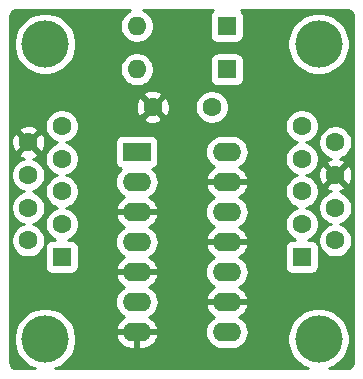
<source format=gbl>
G04 #@! TF.GenerationSoftware,KiCad,Pcbnew,(5.1.8)-1*
G04 #@! TF.CreationDate,2021-03-27T16:05:23+01:00*
G04 #@! TF.ProjectId,MSX Mega Adapter,4d535820-4d65-4676-9120-416461707465,rev?*
G04 #@! TF.SameCoordinates,Original*
G04 #@! TF.FileFunction,Copper,L2,Bot*
G04 #@! TF.FilePolarity,Positive*
%FSLAX46Y46*%
G04 Gerber Fmt 4.6, Leading zero omitted, Abs format (unit mm)*
G04 Created by KiCad (PCBNEW (5.1.8)-1) date 2021-03-27 16:05:23*
%MOMM*%
%LPD*%
G01*
G04 APERTURE LIST*
G04 #@! TA.AperFunction,ComponentPad*
%ADD10C,1.600000*%
G04 #@! TD*
G04 #@! TA.AperFunction,ComponentPad*
%ADD11O,2.400000X1.600000*%
G04 #@! TD*
G04 #@! TA.AperFunction,ComponentPad*
%ADD12R,2.400000X1.600000*%
G04 #@! TD*
G04 #@! TA.AperFunction,ComponentPad*
%ADD13R,1.600000X1.600000*%
G04 #@! TD*
G04 #@! TA.AperFunction,ComponentPad*
%ADD14C,4.000000*%
G04 #@! TD*
G04 #@! TA.AperFunction,ComponentPad*
%ADD15O,1.600000X1.600000*%
G04 #@! TD*
G04 #@! TA.AperFunction,Conductor*
%ADD16C,0.254000*%
G04 #@! TD*
G04 #@! TA.AperFunction,Conductor*
%ADD17C,0.100000*%
G04 #@! TD*
G04 APERTURE END LIST*
D10*
X128985000Y-67945000D03*
X133985000Y-67945000D03*
D11*
X135255000Y-71755000D03*
X127635000Y-86995000D03*
X135255000Y-74295000D03*
X127635000Y-84455000D03*
X135255000Y-76835000D03*
X127635000Y-81915000D03*
X135255000Y-79375000D03*
X127635000Y-79375000D03*
X135255000Y-81915000D03*
X127635000Y-76835000D03*
X135255000Y-84455000D03*
X127635000Y-74295000D03*
X135255000Y-86995000D03*
D12*
X127635000Y-71755000D03*
D13*
X121285000Y-80645000D03*
D10*
X121285000Y-77875000D03*
X121285000Y-75105000D03*
X121285000Y-72335000D03*
X121285000Y-69565000D03*
X118445000Y-79260000D03*
X118445000Y-76490000D03*
X118445000Y-73720000D03*
X118445000Y-70950000D03*
D14*
X119865000Y-62605000D03*
X119865000Y-87605000D03*
D13*
X141605000Y-80645000D03*
D10*
X141605000Y-77875000D03*
X141605000Y-75105000D03*
X141605000Y-72335000D03*
X141605000Y-69565000D03*
X144445000Y-79260000D03*
X144445000Y-76490000D03*
X144445000Y-73720000D03*
X144445000Y-70950000D03*
D14*
X143025000Y-87605000D03*
X143025000Y-62605000D03*
D13*
X135255000Y-64770000D03*
D15*
X127635000Y-64770000D03*
X127635000Y-61087000D03*
D13*
X135255000Y-61087000D03*
D16*
X126955273Y-59815320D02*
X126720241Y-59972363D01*
X126520363Y-60172241D01*
X126363320Y-60407273D01*
X126255147Y-60668426D01*
X126200000Y-60945665D01*
X126200000Y-61228335D01*
X126255147Y-61505574D01*
X126363320Y-61766727D01*
X126520363Y-62001759D01*
X126720241Y-62201637D01*
X126955273Y-62358680D01*
X127216426Y-62466853D01*
X127493665Y-62522000D01*
X127776335Y-62522000D01*
X128053574Y-62466853D01*
X128314727Y-62358680D01*
X128549759Y-62201637D01*
X128749637Y-62001759D01*
X128906680Y-61766727D01*
X129014853Y-61505574D01*
X129070000Y-61228335D01*
X129070000Y-60945665D01*
X129014853Y-60668426D01*
X128906680Y-60407273D01*
X128749637Y-60172241D01*
X128549759Y-59972363D01*
X128314727Y-59815320D01*
X128193244Y-59765000D01*
X134090104Y-59765000D01*
X134003815Y-59835815D01*
X133924463Y-59932506D01*
X133865498Y-60042820D01*
X133829188Y-60162518D01*
X133816928Y-60287000D01*
X133816928Y-61887000D01*
X133829188Y-62011482D01*
X133865498Y-62131180D01*
X133924463Y-62241494D01*
X134003815Y-62338185D01*
X134100506Y-62417537D01*
X134210820Y-62476502D01*
X134330518Y-62512812D01*
X134455000Y-62525072D01*
X136055000Y-62525072D01*
X136179482Y-62512812D01*
X136299180Y-62476502D01*
X136409494Y-62417537D01*
X136497302Y-62345475D01*
X140390000Y-62345475D01*
X140390000Y-62864525D01*
X140491261Y-63373601D01*
X140689893Y-63853141D01*
X140978262Y-64284715D01*
X141345285Y-64651738D01*
X141776859Y-64940107D01*
X142256399Y-65138739D01*
X142765475Y-65240000D01*
X143284525Y-65240000D01*
X143793601Y-65138739D01*
X144273141Y-64940107D01*
X144704715Y-64651738D01*
X145071738Y-64284715D01*
X145360107Y-63853141D01*
X145558739Y-63373601D01*
X145660000Y-62864525D01*
X145660000Y-62345475D01*
X145558739Y-61836399D01*
X145360107Y-61356859D01*
X145071738Y-60925285D01*
X144704715Y-60558262D01*
X144273141Y-60269893D01*
X143793601Y-60071261D01*
X143284525Y-59970000D01*
X142765475Y-59970000D01*
X142256399Y-60071261D01*
X141776859Y-60269893D01*
X141345285Y-60558262D01*
X140978262Y-60925285D01*
X140689893Y-61356859D01*
X140491261Y-61836399D01*
X140390000Y-62345475D01*
X136497302Y-62345475D01*
X136506185Y-62338185D01*
X136585537Y-62241494D01*
X136644502Y-62131180D01*
X136680812Y-62011482D01*
X136693072Y-61887000D01*
X136693072Y-60287000D01*
X136680812Y-60162518D01*
X136644502Y-60042820D01*
X136585537Y-59932506D01*
X136506185Y-59835815D01*
X136419896Y-59765000D01*
X145380280Y-59765000D01*
X145523109Y-59779005D01*
X145627101Y-59810402D01*
X145723014Y-59861399D01*
X145807194Y-59930055D01*
X145876440Y-60013758D01*
X145928105Y-60109311D01*
X145960227Y-60213078D01*
X145975000Y-60353641D01*
X145975001Y-89500270D01*
X145960995Y-89643109D01*
X145929599Y-89747099D01*
X145878601Y-89843013D01*
X145809941Y-89927199D01*
X145726243Y-89996439D01*
X145630689Y-90048105D01*
X145526922Y-90080227D01*
X145386359Y-90095000D01*
X143899196Y-90095000D01*
X144273141Y-89940107D01*
X144704715Y-89651738D01*
X145071738Y-89284715D01*
X145360107Y-88853141D01*
X145558739Y-88373601D01*
X145660000Y-87864525D01*
X145660000Y-87345475D01*
X145558739Y-86836399D01*
X145360107Y-86356859D01*
X145071738Y-85925285D01*
X144704715Y-85558262D01*
X144273141Y-85269893D01*
X143793601Y-85071261D01*
X143284525Y-84970000D01*
X142765475Y-84970000D01*
X142256399Y-85071261D01*
X141776859Y-85269893D01*
X141345285Y-85558262D01*
X140978262Y-85925285D01*
X140689893Y-86356859D01*
X140491261Y-86836399D01*
X140390000Y-87345475D01*
X140390000Y-87864525D01*
X140491261Y-88373601D01*
X140689893Y-88853141D01*
X140978262Y-89284715D01*
X141345285Y-89651738D01*
X141776859Y-89940107D01*
X142150804Y-90095000D01*
X120739196Y-90095000D01*
X121113141Y-89940107D01*
X121544715Y-89651738D01*
X121911738Y-89284715D01*
X122200107Y-88853141D01*
X122398739Y-88373601D01*
X122500000Y-87864525D01*
X122500000Y-87345475D01*
X122499715Y-87344039D01*
X125843096Y-87344039D01*
X125860633Y-87426818D01*
X125971285Y-87686646D01*
X126130500Y-87919895D01*
X126332161Y-88117601D01*
X126568517Y-88272166D01*
X126830486Y-88377650D01*
X127108000Y-88430000D01*
X127508000Y-88430000D01*
X127508000Y-87122000D01*
X127762000Y-87122000D01*
X127762000Y-88430000D01*
X128162000Y-88430000D01*
X128439514Y-88377650D01*
X128701483Y-88272166D01*
X128937839Y-88117601D01*
X129139500Y-87919895D01*
X129298715Y-87686646D01*
X129409367Y-87426818D01*
X129426904Y-87344039D01*
X129304915Y-87122000D01*
X127762000Y-87122000D01*
X127508000Y-87122000D01*
X125965085Y-87122000D01*
X125843096Y-87344039D01*
X122499715Y-87344039D01*
X122430287Y-86995000D01*
X133413057Y-86995000D01*
X133440764Y-87276309D01*
X133522818Y-87546808D01*
X133656068Y-87796101D01*
X133835392Y-88014608D01*
X134053899Y-88193932D01*
X134303192Y-88327182D01*
X134573691Y-88409236D01*
X134784508Y-88430000D01*
X135725492Y-88430000D01*
X135936309Y-88409236D01*
X136206808Y-88327182D01*
X136456101Y-88193932D01*
X136674608Y-88014608D01*
X136853932Y-87796101D01*
X136987182Y-87546808D01*
X137069236Y-87276309D01*
X137096943Y-86995000D01*
X137069236Y-86713691D01*
X136987182Y-86443192D01*
X136853932Y-86193899D01*
X136674608Y-85975392D01*
X136456101Y-85796068D01*
X136328259Y-85727735D01*
X136557839Y-85577601D01*
X136759500Y-85379895D01*
X136918715Y-85146646D01*
X137029367Y-84886818D01*
X137046904Y-84804039D01*
X136924915Y-84582000D01*
X135382000Y-84582000D01*
X135382000Y-84602000D01*
X135128000Y-84602000D01*
X135128000Y-84582000D01*
X133585085Y-84582000D01*
X133463096Y-84804039D01*
X133480633Y-84886818D01*
X133591285Y-85146646D01*
X133750500Y-85379895D01*
X133952161Y-85577601D01*
X134181741Y-85727735D01*
X134053899Y-85796068D01*
X133835392Y-85975392D01*
X133656068Y-86193899D01*
X133522818Y-86443192D01*
X133440764Y-86713691D01*
X133413057Y-86995000D01*
X122430287Y-86995000D01*
X122398739Y-86836399D01*
X122200107Y-86356859D01*
X121911738Y-85925285D01*
X121544715Y-85558262D01*
X121113141Y-85269893D01*
X120633601Y-85071261D01*
X120124525Y-84970000D01*
X119605475Y-84970000D01*
X119096399Y-85071261D01*
X118616859Y-85269893D01*
X118185285Y-85558262D01*
X117818262Y-85925285D01*
X117529893Y-86356859D01*
X117331261Y-86836399D01*
X117230000Y-87345475D01*
X117230000Y-87864525D01*
X117331261Y-88373601D01*
X117529893Y-88853141D01*
X117818262Y-89284715D01*
X118185285Y-89651738D01*
X118616859Y-89940107D01*
X118990804Y-90095000D01*
X117509720Y-90095000D01*
X117366891Y-90080995D01*
X117262901Y-90049599D01*
X117166987Y-89998601D01*
X117082801Y-89929941D01*
X117013561Y-89846243D01*
X116961895Y-89750689D01*
X116929773Y-89646922D01*
X116915000Y-89506359D01*
X116915000Y-84455000D01*
X125793057Y-84455000D01*
X125820764Y-84736309D01*
X125902818Y-85006808D01*
X126036068Y-85256101D01*
X126215392Y-85474608D01*
X126433899Y-85653932D01*
X126561741Y-85722265D01*
X126332161Y-85872399D01*
X126130500Y-86070105D01*
X125971285Y-86303354D01*
X125860633Y-86563182D01*
X125843096Y-86645961D01*
X125965085Y-86868000D01*
X127508000Y-86868000D01*
X127508000Y-86848000D01*
X127762000Y-86848000D01*
X127762000Y-86868000D01*
X129304915Y-86868000D01*
X129426904Y-86645961D01*
X129409367Y-86563182D01*
X129298715Y-86303354D01*
X129139500Y-86070105D01*
X128937839Y-85872399D01*
X128708259Y-85722265D01*
X128836101Y-85653932D01*
X129054608Y-85474608D01*
X129233932Y-85256101D01*
X129367182Y-85006808D01*
X129449236Y-84736309D01*
X129476943Y-84455000D01*
X129449236Y-84173691D01*
X129367182Y-83903192D01*
X129233932Y-83653899D01*
X129054608Y-83435392D01*
X128836101Y-83256068D01*
X128708259Y-83187735D01*
X128937839Y-83037601D01*
X129139500Y-82839895D01*
X129298715Y-82606646D01*
X129409367Y-82346818D01*
X129426904Y-82264039D01*
X129304915Y-82042000D01*
X127762000Y-82042000D01*
X127762000Y-82062000D01*
X127508000Y-82062000D01*
X127508000Y-82042000D01*
X125965085Y-82042000D01*
X125843096Y-82264039D01*
X125860633Y-82346818D01*
X125971285Y-82606646D01*
X126130500Y-82839895D01*
X126332161Y-83037601D01*
X126561741Y-83187735D01*
X126433899Y-83256068D01*
X126215392Y-83435392D01*
X126036068Y-83653899D01*
X125902818Y-83903192D01*
X125820764Y-84173691D01*
X125793057Y-84455000D01*
X116915000Y-84455000D01*
X116915000Y-73578665D01*
X117010000Y-73578665D01*
X117010000Y-73861335D01*
X117065147Y-74138574D01*
X117173320Y-74399727D01*
X117330363Y-74634759D01*
X117530241Y-74834637D01*
X117765273Y-74991680D01*
X118026426Y-75099853D01*
X118052301Y-75105000D01*
X118026426Y-75110147D01*
X117765273Y-75218320D01*
X117530241Y-75375363D01*
X117330363Y-75575241D01*
X117173320Y-75810273D01*
X117065147Y-76071426D01*
X117010000Y-76348665D01*
X117010000Y-76631335D01*
X117065147Y-76908574D01*
X117173320Y-77169727D01*
X117330363Y-77404759D01*
X117530241Y-77604637D01*
X117765273Y-77761680D01*
X118026426Y-77869853D01*
X118052301Y-77875000D01*
X118026426Y-77880147D01*
X117765273Y-77988320D01*
X117530241Y-78145363D01*
X117330363Y-78345241D01*
X117173320Y-78580273D01*
X117065147Y-78841426D01*
X117010000Y-79118665D01*
X117010000Y-79401335D01*
X117065147Y-79678574D01*
X117173320Y-79939727D01*
X117330363Y-80174759D01*
X117530241Y-80374637D01*
X117765273Y-80531680D01*
X118026426Y-80639853D01*
X118303665Y-80695000D01*
X118586335Y-80695000D01*
X118863574Y-80639853D01*
X119124727Y-80531680D01*
X119359759Y-80374637D01*
X119559637Y-80174759D01*
X119716680Y-79939727D01*
X119755917Y-79845000D01*
X119846928Y-79845000D01*
X119846928Y-81445000D01*
X119859188Y-81569482D01*
X119895498Y-81689180D01*
X119954463Y-81799494D01*
X120033815Y-81896185D01*
X120130506Y-81975537D01*
X120240820Y-82034502D01*
X120360518Y-82070812D01*
X120485000Y-82083072D01*
X122085000Y-82083072D01*
X122209482Y-82070812D01*
X122329180Y-82034502D01*
X122439494Y-81975537D01*
X122513258Y-81915000D01*
X133413057Y-81915000D01*
X133440764Y-82196309D01*
X133522818Y-82466808D01*
X133656068Y-82716101D01*
X133835392Y-82934608D01*
X134053899Y-83113932D01*
X134181741Y-83182265D01*
X133952161Y-83332399D01*
X133750500Y-83530105D01*
X133591285Y-83763354D01*
X133480633Y-84023182D01*
X133463096Y-84105961D01*
X133585085Y-84328000D01*
X135128000Y-84328000D01*
X135128000Y-84308000D01*
X135382000Y-84308000D01*
X135382000Y-84328000D01*
X136924915Y-84328000D01*
X137046904Y-84105961D01*
X137029367Y-84023182D01*
X136918715Y-83763354D01*
X136759500Y-83530105D01*
X136557839Y-83332399D01*
X136328259Y-83182265D01*
X136456101Y-83113932D01*
X136674608Y-82934608D01*
X136853932Y-82716101D01*
X136987182Y-82466808D01*
X137069236Y-82196309D01*
X137096943Y-81915000D01*
X137069236Y-81633691D01*
X136987182Y-81363192D01*
X136853932Y-81113899D01*
X136674608Y-80895392D01*
X136456101Y-80716068D01*
X136328259Y-80647735D01*
X136557839Y-80497601D01*
X136759500Y-80299895D01*
X136918715Y-80066646D01*
X137013106Y-79845000D01*
X140166928Y-79845000D01*
X140166928Y-81445000D01*
X140179188Y-81569482D01*
X140215498Y-81689180D01*
X140274463Y-81799494D01*
X140353815Y-81896185D01*
X140450506Y-81975537D01*
X140560820Y-82034502D01*
X140680518Y-82070812D01*
X140805000Y-82083072D01*
X142405000Y-82083072D01*
X142529482Y-82070812D01*
X142649180Y-82034502D01*
X142759494Y-81975537D01*
X142856185Y-81896185D01*
X142935537Y-81799494D01*
X142994502Y-81689180D01*
X143030812Y-81569482D01*
X143043072Y-81445000D01*
X143043072Y-79845000D01*
X143030812Y-79720518D01*
X142994502Y-79600820D01*
X142935537Y-79490506D01*
X142856185Y-79393815D01*
X142759494Y-79314463D01*
X142649180Y-79255498D01*
X142529482Y-79219188D01*
X142405000Y-79206928D01*
X142139275Y-79206928D01*
X142284727Y-79146680D01*
X142519759Y-78989637D01*
X142719637Y-78789759D01*
X142876680Y-78554727D01*
X142984853Y-78293574D01*
X143040000Y-78016335D01*
X143040000Y-77733665D01*
X142984853Y-77456426D01*
X142876680Y-77195273D01*
X142719637Y-76960241D01*
X142519759Y-76760363D01*
X142284727Y-76603320D01*
X142023574Y-76495147D01*
X141997699Y-76490000D01*
X142023574Y-76484853D01*
X142284727Y-76376680D01*
X142326654Y-76348665D01*
X143010000Y-76348665D01*
X143010000Y-76631335D01*
X143065147Y-76908574D01*
X143173320Y-77169727D01*
X143330363Y-77404759D01*
X143530241Y-77604637D01*
X143765273Y-77761680D01*
X144026426Y-77869853D01*
X144052301Y-77875000D01*
X144026426Y-77880147D01*
X143765273Y-77988320D01*
X143530241Y-78145363D01*
X143330363Y-78345241D01*
X143173320Y-78580273D01*
X143065147Y-78841426D01*
X143010000Y-79118665D01*
X143010000Y-79401335D01*
X143065147Y-79678574D01*
X143173320Y-79939727D01*
X143330363Y-80174759D01*
X143530241Y-80374637D01*
X143765273Y-80531680D01*
X144026426Y-80639853D01*
X144303665Y-80695000D01*
X144586335Y-80695000D01*
X144863574Y-80639853D01*
X145124727Y-80531680D01*
X145359759Y-80374637D01*
X145559637Y-80174759D01*
X145716680Y-79939727D01*
X145824853Y-79678574D01*
X145880000Y-79401335D01*
X145880000Y-79118665D01*
X145824853Y-78841426D01*
X145716680Y-78580273D01*
X145559637Y-78345241D01*
X145359759Y-78145363D01*
X145124727Y-77988320D01*
X144863574Y-77880147D01*
X144837699Y-77875000D01*
X144863574Y-77869853D01*
X145124727Y-77761680D01*
X145359759Y-77604637D01*
X145559637Y-77404759D01*
X145716680Y-77169727D01*
X145824853Y-76908574D01*
X145880000Y-76631335D01*
X145880000Y-76348665D01*
X145824853Y-76071426D01*
X145716680Y-75810273D01*
X145559637Y-75575241D01*
X145359759Y-75375363D01*
X145124727Y-75218320D01*
X144863574Y-75110147D01*
X144835118Y-75104487D01*
X145061292Y-75023603D01*
X145186514Y-74956671D01*
X145258097Y-74712702D01*
X144445000Y-73899605D01*
X143631903Y-74712702D01*
X143703486Y-74956671D01*
X143958996Y-75077571D01*
X144061289Y-75103212D01*
X144026426Y-75110147D01*
X143765273Y-75218320D01*
X143530241Y-75375363D01*
X143330363Y-75575241D01*
X143173320Y-75810273D01*
X143065147Y-76071426D01*
X143010000Y-76348665D01*
X142326654Y-76348665D01*
X142519759Y-76219637D01*
X142719637Y-76019759D01*
X142876680Y-75784727D01*
X142984853Y-75523574D01*
X143040000Y-75246335D01*
X143040000Y-74963665D01*
X142984853Y-74686426D01*
X142876680Y-74425273D01*
X142719637Y-74190241D01*
X142519759Y-73990363D01*
X142284727Y-73833320D01*
X142181380Y-73790512D01*
X143004783Y-73790512D01*
X143046213Y-74070130D01*
X143141397Y-74336292D01*
X143208329Y-74461514D01*
X143452298Y-74533097D01*
X144265395Y-73720000D01*
X144624605Y-73720000D01*
X145437702Y-74533097D01*
X145681671Y-74461514D01*
X145802571Y-74206004D01*
X145871300Y-73931816D01*
X145885217Y-73649488D01*
X145843787Y-73369870D01*
X145748603Y-73103708D01*
X145681671Y-72978486D01*
X145437702Y-72906903D01*
X144624605Y-73720000D01*
X144265395Y-73720000D01*
X143452298Y-72906903D01*
X143208329Y-72978486D01*
X143087429Y-73233996D01*
X143018700Y-73508184D01*
X143004783Y-73790512D01*
X142181380Y-73790512D01*
X142023574Y-73725147D01*
X141997699Y-73720000D01*
X142023574Y-73714853D01*
X142284727Y-73606680D01*
X142519759Y-73449637D01*
X142719637Y-73249759D01*
X142876680Y-73014727D01*
X142984853Y-72753574D01*
X143040000Y-72476335D01*
X143040000Y-72193665D01*
X142984853Y-71916426D01*
X142876680Y-71655273D01*
X142719637Y-71420241D01*
X142519759Y-71220363D01*
X142284727Y-71063320D01*
X142023574Y-70955147D01*
X141997699Y-70950000D01*
X142023574Y-70944853D01*
X142284727Y-70836680D01*
X142326654Y-70808665D01*
X143010000Y-70808665D01*
X143010000Y-71091335D01*
X143065147Y-71368574D01*
X143173320Y-71629727D01*
X143330363Y-71864759D01*
X143530241Y-72064637D01*
X143765273Y-72221680D01*
X144026426Y-72329853D01*
X144054882Y-72335513D01*
X143828708Y-72416397D01*
X143703486Y-72483329D01*
X143631903Y-72727298D01*
X144445000Y-73540395D01*
X145258097Y-72727298D01*
X145186514Y-72483329D01*
X144931004Y-72362429D01*
X144828711Y-72336788D01*
X144863574Y-72329853D01*
X145124727Y-72221680D01*
X145359759Y-72064637D01*
X145559637Y-71864759D01*
X145716680Y-71629727D01*
X145824853Y-71368574D01*
X145880000Y-71091335D01*
X145880000Y-70808665D01*
X145824853Y-70531426D01*
X145716680Y-70270273D01*
X145559637Y-70035241D01*
X145359759Y-69835363D01*
X145124727Y-69678320D01*
X144863574Y-69570147D01*
X144586335Y-69515000D01*
X144303665Y-69515000D01*
X144026426Y-69570147D01*
X143765273Y-69678320D01*
X143530241Y-69835363D01*
X143330363Y-70035241D01*
X143173320Y-70270273D01*
X143065147Y-70531426D01*
X143010000Y-70808665D01*
X142326654Y-70808665D01*
X142519759Y-70679637D01*
X142719637Y-70479759D01*
X142876680Y-70244727D01*
X142984853Y-69983574D01*
X143040000Y-69706335D01*
X143040000Y-69423665D01*
X142984853Y-69146426D01*
X142876680Y-68885273D01*
X142719637Y-68650241D01*
X142519759Y-68450363D01*
X142284727Y-68293320D01*
X142023574Y-68185147D01*
X141746335Y-68130000D01*
X141463665Y-68130000D01*
X141186426Y-68185147D01*
X140925273Y-68293320D01*
X140690241Y-68450363D01*
X140490363Y-68650241D01*
X140333320Y-68885273D01*
X140225147Y-69146426D01*
X140170000Y-69423665D01*
X140170000Y-69706335D01*
X140225147Y-69983574D01*
X140333320Y-70244727D01*
X140490363Y-70479759D01*
X140690241Y-70679637D01*
X140925273Y-70836680D01*
X141186426Y-70944853D01*
X141212301Y-70950000D01*
X141186426Y-70955147D01*
X140925273Y-71063320D01*
X140690241Y-71220363D01*
X140490363Y-71420241D01*
X140333320Y-71655273D01*
X140225147Y-71916426D01*
X140170000Y-72193665D01*
X140170000Y-72476335D01*
X140225147Y-72753574D01*
X140333320Y-73014727D01*
X140490363Y-73249759D01*
X140690241Y-73449637D01*
X140925273Y-73606680D01*
X141186426Y-73714853D01*
X141212301Y-73720000D01*
X141186426Y-73725147D01*
X140925273Y-73833320D01*
X140690241Y-73990363D01*
X140490363Y-74190241D01*
X140333320Y-74425273D01*
X140225147Y-74686426D01*
X140170000Y-74963665D01*
X140170000Y-75246335D01*
X140225147Y-75523574D01*
X140333320Y-75784727D01*
X140490363Y-76019759D01*
X140690241Y-76219637D01*
X140925273Y-76376680D01*
X141186426Y-76484853D01*
X141212301Y-76490000D01*
X141186426Y-76495147D01*
X140925273Y-76603320D01*
X140690241Y-76760363D01*
X140490363Y-76960241D01*
X140333320Y-77195273D01*
X140225147Y-77456426D01*
X140170000Y-77733665D01*
X140170000Y-78016335D01*
X140225147Y-78293574D01*
X140333320Y-78554727D01*
X140490363Y-78789759D01*
X140690241Y-78989637D01*
X140925273Y-79146680D01*
X141070725Y-79206928D01*
X140805000Y-79206928D01*
X140680518Y-79219188D01*
X140560820Y-79255498D01*
X140450506Y-79314463D01*
X140353815Y-79393815D01*
X140274463Y-79490506D01*
X140215498Y-79600820D01*
X140179188Y-79720518D01*
X140166928Y-79845000D01*
X137013106Y-79845000D01*
X137029367Y-79806818D01*
X137046904Y-79724039D01*
X136924915Y-79502000D01*
X135382000Y-79502000D01*
X135382000Y-79522000D01*
X135128000Y-79522000D01*
X135128000Y-79502000D01*
X133585085Y-79502000D01*
X133463096Y-79724039D01*
X133480633Y-79806818D01*
X133591285Y-80066646D01*
X133750500Y-80299895D01*
X133952161Y-80497601D01*
X134181741Y-80647735D01*
X134053899Y-80716068D01*
X133835392Y-80895392D01*
X133656068Y-81113899D01*
X133522818Y-81363192D01*
X133440764Y-81633691D01*
X133413057Y-81915000D01*
X122513258Y-81915000D01*
X122536185Y-81896185D01*
X122615537Y-81799494D01*
X122674502Y-81689180D01*
X122710812Y-81569482D01*
X122723072Y-81445000D01*
X122723072Y-79845000D01*
X122710812Y-79720518D01*
X122674502Y-79600820D01*
X122615537Y-79490506D01*
X122536185Y-79393815D01*
X122513259Y-79375000D01*
X125793057Y-79375000D01*
X125820764Y-79656309D01*
X125902818Y-79926808D01*
X126036068Y-80176101D01*
X126215392Y-80394608D01*
X126433899Y-80573932D01*
X126561741Y-80642265D01*
X126332161Y-80792399D01*
X126130500Y-80990105D01*
X125971285Y-81223354D01*
X125860633Y-81483182D01*
X125843096Y-81565961D01*
X125965085Y-81788000D01*
X127508000Y-81788000D01*
X127508000Y-81768000D01*
X127762000Y-81768000D01*
X127762000Y-81788000D01*
X129304915Y-81788000D01*
X129426904Y-81565961D01*
X129409367Y-81483182D01*
X129298715Y-81223354D01*
X129139500Y-80990105D01*
X128937839Y-80792399D01*
X128708259Y-80642265D01*
X128836101Y-80573932D01*
X129054608Y-80394608D01*
X129233932Y-80176101D01*
X129367182Y-79926808D01*
X129449236Y-79656309D01*
X129476943Y-79375000D01*
X129449236Y-79093691D01*
X129367182Y-78823192D01*
X129233932Y-78573899D01*
X129054608Y-78355392D01*
X128836101Y-78176068D01*
X128708259Y-78107735D01*
X128937839Y-77957601D01*
X129139500Y-77759895D01*
X129298715Y-77526646D01*
X129409367Y-77266818D01*
X129426904Y-77184039D01*
X129304915Y-76962000D01*
X127762000Y-76962000D01*
X127762000Y-76982000D01*
X127508000Y-76982000D01*
X127508000Y-76962000D01*
X125965085Y-76962000D01*
X125843096Y-77184039D01*
X125860633Y-77266818D01*
X125971285Y-77526646D01*
X126130500Y-77759895D01*
X126332161Y-77957601D01*
X126561741Y-78107735D01*
X126433899Y-78176068D01*
X126215392Y-78355392D01*
X126036068Y-78573899D01*
X125902818Y-78823192D01*
X125820764Y-79093691D01*
X125793057Y-79375000D01*
X122513259Y-79375000D01*
X122439494Y-79314463D01*
X122329180Y-79255498D01*
X122209482Y-79219188D01*
X122085000Y-79206928D01*
X121819275Y-79206928D01*
X121964727Y-79146680D01*
X122199759Y-78989637D01*
X122399637Y-78789759D01*
X122556680Y-78554727D01*
X122664853Y-78293574D01*
X122720000Y-78016335D01*
X122720000Y-77733665D01*
X122664853Y-77456426D01*
X122556680Y-77195273D01*
X122399637Y-76960241D01*
X122274396Y-76835000D01*
X133413057Y-76835000D01*
X133440764Y-77116309D01*
X133522818Y-77386808D01*
X133656068Y-77636101D01*
X133835392Y-77854608D01*
X134053899Y-78033932D01*
X134181741Y-78102265D01*
X133952161Y-78252399D01*
X133750500Y-78450105D01*
X133591285Y-78683354D01*
X133480633Y-78943182D01*
X133463096Y-79025961D01*
X133585085Y-79248000D01*
X135128000Y-79248000D01*
X135128000Y-79228000D01*
X135382000Y-79228000D01*
X135382000Y-79248000D01*
X136924915Y-79248000D01*
X137046904Y-79025961D01*
X137029367Y-78943182D01*
X136918715Y-78683354D01*
X136759500Y-78450105D01*
X136557839Y-78252399D01*
X136328259Y-78102265D01*
X136456101Y-78033932D01*
X136674608Y-77854608D01*
X136853932Y-77636101D01*
X136987182Y-77386808D01*
X137069236Y-77116309D01*
X137096943Y-76835000D01*
X137069236Y-76553691D01*
X136987182Y-76283192D01*
X136853932Y-76033899D01*
X136674608Y-75815392D01*
X136456101Y-75636068D01*
X136328259Y-75567735D01*
X136557839Y-75417601D01*
X136759500Y-75219895D01*
X136918715Y-74986646D01*
X137029367Y-74726818D01*
X137046904Y-74644039D01*
X136924915Y-74422000D01*
X135382000Y-74422000D01*
X135382000Y-74442000D01*
X135128000Y-74442000D01*
X135128000Y-74422000D01*
X133585085Y-74422000D01*
X133463096Y-74644039D01*
X133480633Y-74726818D01*
X133591285Y-74986646D01*
X133750500Y-75219895D01*
X133952161Y-75417601D01*
X134181741Y-75567735D01*
X134053899Y-75636068D01*
X133835392Y-75815392D01*
X133656068Y-76033899D01*
X133522818Y-76283192D01*
X133440764Y-76553691D01*
X133413057Y-76835000D01*
X122274396Y-76835000D01*
X122199759Y-76760363D01*
X121964727Y-76603320D01*
X121703574Y-76495147D01*
X121677699Y-76490000D01*
X121703574Y-76484853D01*
X121964727Y-76376680D01*
X122199759Y-76219637D01*
X122399637Y-76019759D01*
X122556680Y-75784727D01*
X122664853Y-75523574D01*
X122720000Y-75246335D01*
X122720000Y-74963665D01*
X122664853Y-74686426D01*
X122556680Y-74425273D01*
X122469635Y-74295000D01*
X125793057Y-74295000D01*
X125820764Y-74576309D01*
X125902818Y-74846808D01*
X126036068Y-75096101D01*
X126215392Y-75314608D01*
X126433899Y-75493932D01*
X126561741Y-75562265D01*
X126332161Y-75712399D01*
X126130500Y-75910105D01*
X125971285Y-76143354D01*
X125860633Y-76403182D01*
X125843096Y-76485961D01*
X125965085Y-76708000D01*
X127508000Y-76708000D01*
X127508000Y-76688000D01*
X127762000Y-76688000D01*
X127762000Y-76708000D01*
X129304915Y-76708000D01*
X129426904Y-76485961D01*
X129409367Y-76403182D01*
X129298715Y-76143354D01*
X129139500Y-75910105D01*
X128937839Y-75712399D01*
X128708259Y-75562265D01*
X128836101Y-75493932D01*
X129054608Y-75314608D01*
X129233932Y-75096101D01*
X129367182Y-74846808D01*
X129449236Y-74576309D01*
X129476943Y-74295000D01*
X129449236Y-74013691D01*
X129367182Y-73743192D01*
X129233932Y-73493899D01*
X129054608Y-73275392D01*
X128941518Y-73182581D01*
X128959482Y-73180812D01*
X129079180Y-73144502D01*
X129189494Y-73085537D01*
X129286185Y-73006185D01*
X129365537Y-72909494D01*
X129424502Y-72799180D01*
X129460812Y-72679482D01*
X129473072Y-72555000D01*
X129473072Y-71755000D01*
X133413057Y-71755000D01*
X133440764Y-72036309D01*
X133522818Y-72306808D01*
X133656068Y-72556101D01*
X133835392Y-72774608D01*
X134053899Y-72953932D01*
X134181741Y-73022265D01*
X133952161Y-73172399D01*
X133750500Y-73370105D01*
X133591285Y-73603354D01*
X133480633Y-73863182D01*
X133463096Y-73945961D01*
X133585085Y-74168000D01*
X135128000Y-74168000D01*
X135128000Y-74148000D01*
X135382000Y-74148000D01*
X135382000Y-74168000D01*
X136924915Y-74168000D01*
X137046904Y-73945961D01*
X137029367Y-73863182D01*
X136918715Y-73603354D01*
X136759500Y-73370105D01*
X136557839Y-73172399D01*
X136328259Y-73022265D01*
X136456101Y-72953932D01*
X136674608Y-72774608D01*
X136853932Y-72556101D01*
X136987182Y-72306808D01*
X137069236Y-72036309D01*
X137096943Y-71755000D01*
X137069236Y-71473691D01*
X136987182Y-71203192D01*
X136853932Y-70953899D01*
X136674608Y-70735392D01*
X136456101Y-70556068D01*
X136206808Y-70422818D01*
X135936309Y-70340764D01*
X135725492Y-70320000D01*
X134784508Y-70320000D01*
X134573691Y-70340764D01*
X134303192Y-70422818D01*
X134053899Y-70556068D01*
X133835392Y-70735392D01*
X133656068Y-70953899D01*
X133522818Y-71203192D01*
X133440764Y-71473691D01*
X133413057Y-71755000D01*
X129473072Y-71755000D01*
X129473072Y-70955000D01*
X129460812Y-70830518D01*
X129424502Y-70710820D01*
X129365537Y-70600506D01*
X129286185Y-70503815D01*
X129189494Y-70424463D01*
X129079180Y-70365498D01*
X128959482Y-70329188D01*
X128835000Y-70316928D01*
X126435000Y-70316928D01*
X126310518Y-70329188D01*
X126190820Y-70365498D01*
X126080506Y-70424463D01*
X125983815Y-70503815D01*
X125904463Y-70600506D01*
X125845498Y-70710820D01*
X125809188Y-70830518D01*
X125796928Y-70955000D01*
X125796928Y-72555000D01*
X125809188Y-72679482D01*
X125845498Y-72799180D01*
X125904463Y-72909494D01*
X125983815Y-73006185D01*
X126080506Y-73085537D01*
X126190820Y-73144502D01*
X126310518Y-73180812D01*
X126328482Y-73182581D01*
X126215392Y-73275392D01*
X126036068Y-73493899D01*
X125902818Y-73743192D01*
X125820764Y-74013691D01*
X125793057Y-74295000D01*
X122469635Y-74295000D01*
X122399637Y-74190241D01*
X122199759Y-73990363D01*
X121964727Y-73833320D01*
X121703574Y-73725147D01*
X121677699Y-73720000D01*
X121703574Y-73714853D01*
X121964727Y-73606680D01*
X122199759Y-73449637D01*
X122399637Y-73249759D01*
X122556680Y-73014727D01*
X122664853Y-72753574D01*
X122720000Y-72476335D01*
X122720000Y-72193665D01*
X122664853Y-71916426D01*
X122556680Y-71655273D01*
X122399637Y-71420241D01*
X122199759Y-71220363D01*
X121964727Y-71063320D01*
X121703574Y-70955147D01*
X121677699Y-70950000D01*
X121703574Y-70944853D01*
X121964727Y-70836680D01*
X122199759Y-70679637D01*
X122399637Y-70479759D01*
X122556680Y-70244727D01*
X122664853Y-69983574D01*
X122720000Y-69706335D01*
X122720000Y-69423665D01*
X122664853Y-69146426D01*
X122578397Y-68937702D01*
X128171903Y-68937702D01*
X128243486Y-69181671D01*
X128498996Y-69302571D01*
X128773184Y-69371300D01*
X129055512Y-69385217D01*
X129335130Y-69343787D01*
X129601292Y-69248603D01*
X129726514Y-69181671D01*
X129798097Y-68937702D01*
X128985000Y-68124605D01*
X128171903Y-68937702D01*
X122578397Y-68937702D01*
X122556680Y-68885273D01*
X122399637Y-68650241D01*
X122199759Y-68450363D01*
X121964727Y-68293320D01*
X121703574Y-68185147D01*
X121426335Y-68130000D01*
X121143665Y-68130000D01*
X120866426Y-68185147D01*
X120605273Y-68293320D01*
X120370241Y-68450363D01*
X120170363Y-68650241D01*
X120013320Y-68885273D01*
X119905147Y-69146426D01*
X119850000Y-69423665D01*
X119850000Y-69706335D01*
X119905147Y-69983574D01*
X120013320Y-70244727D01*
X120170363Y-70479759D01*
X120370241Y-70679637D01*
X120605273Y-70836680D01*
X120866426Y-70944853D01*
X120892301Y-70950000D01*
X120866426Y-70955147D01*
X120605273Y-71063320D01*
X120370241Y-71220363D01*
X120170363Y-71420241D01*
X120013320Y-71655273D01*
X119905147Y-71916426D01*
X119850000Y-72193665D01*
X119850000Y-72476335D01*
X119905147Y-72753574D01*
X120013320Y-73014727D01*
X120170363Y-73249759D01*
X120370241Y-73449637D01*
X120605273Y-73606680D01*
X120866426Y-73714853D01*
X120892301Y-73720000D01*
X120866426Y-73725147D01*
X120605273Y-73833320D01*
X120370241Y-73990363D01*
X120170363Y-74190241D01*
X120013320Y-74425273D01*
X119905147Y-74686426D01*
X119850000Y-74963665D01*
X119850000Y-75246335D01*
X119905147Y-75523574D01*
X120013320Y-75784727D01*
X120170363Y-76019759D01*
X120370241Y-76219637D01*
X120605273Y-76376680D01*
X120866426Y-76484853D01*
X120892301Y-76490000D01*
X120866426Y-76495147D01*
X120605273Y-76603320D01*
X120370241Y-76760363D01*
X120170363Y-76960241D01*
X120013320Y-77195273D01*
X119905147Y-77456426D01*
X119850000Y-77733665D01*
X119850000Y-78016335D01*
X119905147Y-78293574D01*
X120013320Y-78554727D01*
X120170363Y-78789759D01*
X120370241Y-78989637D01*
X120605273Y-79146680D01*
X120750725Y-79206928D01*
X120485000Y-79206928D01*
X120360518Y-79219188D01*
X120240820Y-79255498D01*
X120130506Y-79314463D01*
X120033815Y-79393815D01*
X119954463Y-79490506D01*
X119895498Y-79600820D01*
X119859188Y-79720518D01*
X119846928Y-79845000D01*
X119755917Y-79845000D01*
X119824853Y-79678574D01*
X119880000Y-79401335D01*
X119880000Y-79118665D01*
X119824853Y-78841426D01*
X119716680Y-78580273D01*
X119559637Y-78345241D01*
X119359759Y-78145363D01*
X119124727Y-77988320D01*
X118863574Y-77880147D01*
X118837699Y-77875000D01*
X118863574Y-77869853D01*
X119124727Y-77761680D01*
X119359759Y-77604637D01*
X119559637Y-77404759D01*
X119716680Y-77169727D01*
X119824853Y-76908574D01*
X119880000Y-76631335D01*
X119880000Y-76348665D01*
X119824853Y-76071426D01*
X119716680Y-75810273D01*
X119559637Y-75575241D01*
X119359759Y-75375363D01*
X119124727Y-75218320D01*
X118863574Y-75110147D01*
X118837699Y-75105000D01*
X118863574Y-75099853D01*
X119124727Y-74991680D01*
X119359759Y-74834637D01*
X119559637Y-74634759D01*
X119716680Y-74399727D01*
X119824853Y-74138574D01*
X119880000Y-73861335D01*
X119880000Y-73578665D01*
X119824853Y-73301426D01*
X119716680Y-73040273D01*
X119559637Y-72805241D01*
X119359759Y-72605363D01*
X119124727Y-72448320D01*
X118863574Y-72340147D01*
X118835118Y-72334487D01*
X119061292Y-72253603D01*
X119186514Y-72186671D01*
X119258097Y-71942702D01*
X118445000Y-71129605D01*
X117631903Y-71942702D01*
X117703486Y-72186671D01*
X117958996Y-72307571D01*
X118061289Y-72333212D01*
X118026426Y-72340147D01*
X117765273Y-72448320D01*
X117530241Y-72605363D01*
X117330363Y-72805241D01*
X117173320Y-73040273D01*
X117065147Y-73301426D01*
X117010000Y-73578665D01*
X116915000Y-73578665D01*
X116915000Y-71020512D01*
X117004783Y-71020512D01*
X117046213Y-71300130D01*
X117141397Y-71566292D01*
X117208329Y-71691514D01*
X117452298Y-71763097D01*
X118265395Y-70950000D01*
X118624605Y-70950000D01*
X119437702Y-71763097D01*
X119681671Y-71691514D01*
X119802571Y-71436004D01*
X119871300Y-71161816D01*
X119885217Y-70879488D01*
X119843787Y-70599870D01*
X119748603Y-70333708D01*
X119681671Y-70208486D01*
X119437702Y-70136903D01*
X118624605Y-70950000D01*
X118265395Y-70950000D01*
X117452298Y-70136903D01*
X117208329Y-70208486D01*
X117087429Y-70463996D01*
X117018700Y-70738184D01*
X117004783Y-71020512D01*
X116915000Y-71020512D01*
X116915000Y-69957298D01*
X117631903Y-69957298D01*
X118445000Y-70770395D01*
X119258097Y-69957298D01*
X119186514Y-69713329D01*
X118931004Y-69592429D01*
X118656816Y-69523700D01*
X118374488Y-69509783D01*
X118094870Y-69551213D01*
X117828708Y-69646397D01*
X117703486Y-69713329D01*
X117631903Y-69957298D01*
X116915000Y-69957298D01*
X116915000Y-68015512D01*
X127544783Y-68015512D01*
X127586213Y-68295130D01*
X127681397Y-68561292D01*
X127748329Y-68686514D01*
X127992298Y-68758097D01*
X128805395Y-67945000D01*
X129164605Y-67945000D01*
X129977702Y-68758097D01*
X130221671Y-68686514D01*
X130342571Y-68431004D01*
X130411300Y-68156816D01*
X130425217Y-67874488D01*
X130414724Y-67803665D01*
X132550000Y-67803665D01*
X132550000Y-68086335D01*
X132605147Y-68363574D01*
X132713320Y-68624727D01*
X132870363Y-68859759D01*
X133070241Y-69059637D01*
X133305273Y-69216680D01*
X133566426Y-69324853D01*
X133843665Y-69380000D01*
X134126335Y-69380000D01*
X134403574Y-69324853D01*
X134664727Y-69216680D01*
X134899759Y-69059637D01*
X135099637Y-68859759D01*
X135256680Y-68624727D01*
X135364853Y-68363574D01*
X135420000Y-68086335D01*
X135420000Y-67803665D01*
X135364853Y-67526426D01*
X135256680Y-67265273D01*
X135099637Y-67030241D01*
X134899759Y-66830363D01*
X134664727Y-66673320D01*
X134403574Y-66565147D01*
X134126335Y-66510000D01*
X133843665Y-66510000D01*
X133566426Y-66565147D01*
X133305273Y-66673320D01*
X133070241Y-66830363D01*
X132870363Y-67030241D01*
X132713320Y-67265273D01*
X132605147Y-67526426D01*
X132550000Y-67803665D01*
X130414724Y-67803665D01*
X130383787Y-67594870D01*
X130288603Y-67328708D01*
X130221671Y-67203486D01*
X129977702Y-67131903D01*
X129164605Y-67945000D01*
X128805395Y-67945000D01*
X127992298Y-67131903D01*
X127748329Y-67203486D01*
X127627429Y-67458996D01*
X127558700Y-67733184D01*
X127544783Y-68015512D01*
X116915000Y-68015512D01*
X116915000Y-66952298D01*
X128171903Y-66952298D01*
X128985000Y-67765395D01*
X129798097Y-66952298D01*
X129726514Y-66708329D01*
X129471004Y-66587429D01*
X129196816Y-66518700D01*
X128914488Y-66504783D01*
X128634870Y-66546213D01*
X128368708Y-66641397D01*
X128243486Y-66708329D01*
X128171903Y-66952298D01*
X116915000Y-66952298D01*
X116915000Y-62345475D01*
X117230000Y-62345475D01*
X117230000Y-62864525D01*
X117331261Y-63373601D01*
X117529893Y-63853141D01*
X117818262Y-64284715D01*
X118185285Y-64651738D01*
X118616859Y-64940107D01*
X119096399Y-65138739D01*
X119605475Y-65240000D01*
X120124525Y-65240000D01*
X120633601Y-65138739D01*
X121113141Y-64940107D01*
X121544715Y-64651738D01*
X121567788Y-64628665D01*
X126200000Y-64628665D01*
X126200000Y-64911335D01*
X126255147Y-65188574D01*
X126363320Y-65449727D01*
X126520363Y-65684759D01*
X126720241Y-65884637D01*
X126955273Y-66041680D01*
X127216426Y-66149853D01*
X127493665Y-66205000D01*
X127776335Y-66205000D01*
X128053574Y-66149853D01*
X128314727Y-66041680D01*
X128549759Y-65884637D01*
X128749637Y-65684759D01*
X128906680Y-65449727D01*
X129014853Y-65188574D01*
X129070000Y-64911335D01*
X129070000Y-64628665D01*
X129014853Y-64351426D01*
X128906680Y-64090273D01*
X128826317Y-63970000D01*
X133816928Y-63970000D01*
X133816928Y-65570000D01*
X133829188Y-65694482D01*
X133865498Y-65814180D01*
X133924463Y-65924494D01*
X134003815Y-66021185D01*
X134100506Y-66100537D01*
X134210820Y-66159502D01*
X134330518Y-66195812D01*
X134455000Y-66208072D01*
X136055000Y-66208072D01*
X136179482Y-66195812D01*
X136299180Y-66159502D01*
X136409494Y-66100537D01*
X136506185Y-66021185D01*
X136585537Y-65924494D01*
X136644502Y-65814180D01*
X136680812Y-65694482D01*
X136693072Y-65570000D01*
X136693072Y-63970000D01*
X136680812Y-63845518D01*
X136644502Y-63725820D01*
X136585537Y-63615506D01*
X136506185Y-63518815D01*
X136409494Y-63439463D01*
X136299180Y-63380498D01*
X136179482Y-63344188D01*
X136055000Y-63331928D01*
X134455000Y-63331928D01*
X134330518Y-63344188D01*
X134210820Y-63380498D01*
X134100506Y-63439463D01*
X134003815Y-63518815D01*
X133924463Y-63615506D01*
X133865498Y-63725820D01*
X133829188Y-63845518D01*
X133816928Y-63970000D01*
X128826317Y-63970000D01*
X128749637Y-63855241D01*
X128549759Y-63655363D01*
X128314727Y-63498320D01*
X128053574Y-63390147D01*
X127776335Y-63335000D01*
X127493665Y-63335000D01*
X127216426Y-63390147D01*
X126955273Y-63498320D01*
X126720241Y-63655363D01*
X126520363Y-63855241D01*
X126363320Y-64090273D01*
X126255147Y-64351426D01*
X126200000Y-64628665D01*
X121567788Y-64628665D01*
X121911738Y-64284715D01*
X122200107Y-63853141D01*
X122398739Y-63373601D01*
X122500000Y-62864525D01*
X122500000Y-62345475D01*
X122398739Y-61836399D01*
X122200107Y-61356859D01*
X121911738Y-60925285D01*
X121544715Y-60558262D01*
X121113141Y-60269893D01*
X120633601Y-60071261D01*
X120124525Y-59970000D01*
X119605475Y-59970000D01*
X119096399Y-60071261D01*
X118616859Y-60269893D01*
X118185285Y-60558262D01*
X117818262Y-60925285D01*
X117529893Y-61356859D01*
X117331261Y-61836399D01*
X117230000Y-62345475D01*
X116915000Y-62345475D01*
X116915000Y-60359720D01*
X116929005Y-60216891D01*
X116960402Y-60112899D01*
X117011399Y-60016986D01*
X117080055Y-59932806D01*
X117163758Y-59863560D01*
X117259311Y-59811895D01*
X117363078Y-59779773D01*
X117503641Y-59765000D01*
X127076756Y-59765000D01*
X126955273Y-59815320D01*
G04 #@! TA.AperFunction,Conductor*
D17*
G36*
X126955273Y-59815320D02*
G01*
X126720241Y-59972363D01*
X126520363Y-60172241D01*
X126363320Y-60407273D01*
X126255147Y-60668426D01*
X126200000Y-60945665D01*
X126200000Y-61228335D01*
X126255147Y-61505574D01*
X126363320Y-61766727D01*
X126520363Y-62001759D01*
X126720241Y-62201637D01*
X126955273Y-62358680D01*
X127216426Y-62466853D01*
X127493665Y-62522000D01*
X127776335Y-62522000D01*
X128053574Y-62466853D01*
X128314727Y-62358680D01*
X128549759Y-62201637D01*
X128749637Y-62001759D01*
X128906680Y-61766727D01*
X129014853Y-61505574D01*
X129070000Y-61228335D01*
X129070000Y-60945665D01*
X129014853Y-60668426D01*
X128906680Y-60407273D01*
X128749637Y-60172241D01*
X128549759Y-59972363D01*
X128314727Y-59815320D01*
X128193244Y-59765000D01*
X134090104Y-59765000D01*
X134003815Y-59835815D01*
X133924463Y-59932506D01*
X133865498Y-60042820D01*
X133829188Y-60162518D01*
X133816928Y-60287000D01*
X133816928Y-61887000D01*
X133829188Y-62011482D01*
X133865498Y-62131180D01*
X133924463Y-62241494D01*
X134003815Y-62338185D01*
X134100506Y-62417537D01*
X134210820Y-62476502D01*
X134330518Y-62512812D01*
X134455000Y-62525072D01*
X136055000Y-62525072D01*
X136179482Y-62512812D01*
X136299180Y-62476502D01*
X136409494Y-62417537D01*
X136497302Y-62345475D01*
X140390000Y-62345475D01*
X140390000Y-62864525D01*
X140491261Y-63373601D01*
X140689893Y-63853141D01*
X140978262Y-64284715D01*
X141345285Y-64651738D01*
X141776859Y-64940107D01*
X142256399Y-65138739D01*
X142765475Y-65240000D01*
X143284525Y-65240000D01*
X143793601Y-65138739D01*
X144273141Y-64940107D01*
X144704715Y-64651738D01*
X145071738Y-64284715D01*
X145360107Y-63853141D01*
X145558739Y-63373601D01*
X145660000Y-62864525D01*
X145660000Y-62345475D01*
X145558739Y-61836399D01*
X145360107Y-61356859D01*
X145071738Y-60925285D01*
X144704715Y-60558262D01*
X144273141Y-60269893D01*
X143793601Y-60071261D01*
X143284525Y-59970000D01*
X142765475Y-59970000D01*
X142256399Y-60071261D01*
X141776859Y-60269893D01*
X141345285Y-60558262D01*
X140978262Y-60925285D01*
X140689893Y-61356859D01*
X140491261Y-61836399D01*
X140390000Y-62345475D01*
X136497302Y-62345475D01*
X136506185Y-62338185D01*
X136585537Y-62241494D01*
X136644502Y-62131180D01*
X136680812Y-62011482D01*
X136693072Y-61887000D01*
X136693072Y-60287000D01*
X136680812Y-60162518D01*
X136644502Y-60042820D01*
X136585537Y-59932506D01*
X136506185Y-59835815D01*
X136419896Y-59765000D01*
X145380280Y-59765000D01*
X145523109Y-59779005D01*
X145627101Y-59810402D01*
X145723014Y-59861399D01*
X145807194Y-59930055D01*
X145876440Y-60013758D01*
X145928105Y-60109311D01*
X145960227Y-60213078D01*
X145975000Y-60353641D01*
X145975001Y-89500270D01*
X145960995Y-89643109D01*
X145929599Y-89747099D01*
X145878601Y-89843013D01*
X145809941Y-89927199D01*
X145726243Y-89996439D01*
X145630689Y-90048105D01*
X145526922Y-90080227D01*
X145386359Y-90095000D01*
X143899196Y-90095000D01*
X144273141Y-89940107D01*
X144704715Y-89651738D01*
X145071738Y-89284715D01*
X145360107Y-88853141D01*
X145558739Y-88373601D01*
X145660000Y-87864525D01*
X145660000Y-87345475D01*
X145558739Y-86836399D01*
X145360107Y-86356859D01*
X145071738Y-85925285D01*
X144704715Y-85558262D01*
X144273141Y-85269893D01*
X143793601Y-85071261D01*
X143284525Y-84970000D01*
X142765475Y-84970000D01*
X142256399Y-85071261D01*
X141776859Y-85269893D01*
X141345285Y-85558262D01*
X140978262Y-85925285D01*
X140689893Y-86356859D01*
X140491261Y-86836399D01*
X140390000Y-87345475D01*
X140390000Y-87864525D01*
X140491261Y-88373601D01*
X140689893Y-88853141D01*
X140978262Y-89284715D01*
X141345285Y-89651738D01*
X141776859Y-89940107D01*
X142150804Y-90095000D01*
X120739196Y-90095000D01*
X121113141Y-89940107D01*
X121544715Y-89651738D01*
X121911738Y-89284715D01*
X122200107Y-88853141D01*
X122398739Y-88373601D01*
X122500000Y-87864525D01*
X122500000Y-87345475D01*
X122499715Y-87344039D01*
X125843096Y-87344039D01*
X125860633Y-87426818D01*
X125971285Y-87686646D01*
X126130500Y-87919895D01*
X126332161Y-88117601D01*
X126568517Y-88272166D01*
X126830486Y-88377650D01*
X127108000Y-88430000D01*
X127508000Y-88430000D01*
X127508000Y-87122000D01*
X127762000Y-87122000D01*
X127762000Y-88430000D01*
X128162000Y-88430000D01*
X128439514Y-88377650D01*
X128701483Y-88272166D01*
X128937839Y-88117601D01*
X129139500Y-87919895D01*
X129298715Y-87686646D01*
X129409367Y-87426818D01*
X129426904Y-87344039D01*
X129304915Y-87122000D01*
X127762000Y-87122000D01*
X127508000Y-87122000D01*
X125965085Y-87122000D01*
X125843096Y-87344039D01*
X122499715Y-87344039D01*
X122430287Y-86995000D01*
X133413057Y-86995000D01*
X133440764Y-87276309D01*
X133522818Y-87546808D01*
X133656068Y-87796101D01*
X133835392Y-88014608D01*
X134053899Y-88193932D01*
X134303192Y-88327182D01*
X134573691Y-88409236D01*
X134784508Y-88430000D01*
X135725492Y-88430000D01*
X135936309Y-88409236D01*
X136206808Y-88327182D01*
X136456101Y-88193932D01*
X136674608Y-88014608D01*
X136853932Y-87796101D01*
X136987182Y-87546808D01*
X137069236Y-87276309D01*
X137096943Y-86995000D01*
X137069236Y-86713691D01*
X136987182Y-86443192D01*
X136853932Y-86193899D01*
X136674608Y-85975392D01*
X136456101Y-85796068D01*
X136328259Y-85727735D01*
X136557839Y-85577601D01*
X136759500Y-85379895D01*
X136918715Y-85146646D01*
X137029367Y-84886818D01*
X137046904Y-84804039D01*
X136924915Y-84582000D01*
X135382000Y-84582000D01*
X135382000Y-84602000D01*
X135128000Y-84602000D01*
X135128000Y-84582000D01*
X133585085Y-84582000D01*
X133463096Y-84804039D01*
X133480633Y-84886818D01*
X133591285Y-85146646D01*
X133750500Y-85379895D01*
X133952161Y-85577601D01*
X134181741Y-85727735D01*
X134053899Y-85796068D01*
X133835392Y-85975392D01*
X133656068Y-86193899D01*
X133522818Y-86443192D01*
X133440764Y-86713691D01*
X133413057Y-86995000D01*
X122430287Y-86995000D01*
X122398739Y-86836399D01*
X122200107Y-86356859D01*
X121911738Y-85925285D01*
X121544715Y-85558262D01*
X121113141Y-85269893D01*
X120633601Y-85071261D01*
X120124525Y-84970000D01*
X119605475Y-84970000D01*
X119096399Y-85071261D01*
X118616859Y-85269893D01*
X118185285Y-85558262D01*
X117818262Y-85925285D01*
X117529893Y-86356859D01*
X117331261Y-86836399D01*
X117230000Y-87345475D01*
X117230000Y-87864525D01*
X117331261Y-88373601D01*
X117529893Y-88853141D01*
X117818262Y-89284715D01*
X118185285Y-89651738D01*
X118616859Y-89940107D01*
X118990804Y-90095000D01*
X117509720Y-90095000D01*
X117366891Y-90080995D01*
X117262901Y-90049599D01*
X117166987Y-89998601D01*
X117082801Y-89929941D01*
X117013561Y-89846243D01*
X116961895Y-89750689D01*
X116929773Y-89646922D01*
X116915000Y-89506359D01*
X116915000Y-84455000D01*
X125793057Y-84455000D01*
X125820764Y-84736309D01*
X125902818Y-85006808D01*
X126036068Y-85256101D01*
X126215392Y-85474608D01*
X126433899Y-85653932D01*
X126561741Y-85722265D01*
X126332161Y-85872399D01*
X126130500Y-86070105D01*
X125971285Y-86303354D01*
X125860633Y-86563182D01*
X125843096Y-86645961D01*
X125965085Y-86868000D01*
X127508000Y-86868000D01*
X127508000Y-86848000D01*
X127762000Y-86848000D01*
X127762000Y-86868000D01*
X129304915Y-86868000D01*
X129426904Y-86645961D01*
X129409367Y-86563182D01*
X129298715Y-86303354D01*
X129139500Y-86070105D01*
X128937839Y-85872399D01*
X128708259Y-85722265D01*
X128836101Y-85653932D01*
X129054608Y-85474608D01*
X129233932Y-85256101D01*
X129367182Y-85006808D01*
X129449236Y-84736309D01*
X129476943Y-84455000D01*
X129449236Y-84173691D01*
X129367182Y-83903192D01*
X129233932Y-83653899D01*
X129054608Y-83435392D01*
X128836101Y-83256068D01*
X128708259Y-83187735D01*
X128937839Y-83037601D01*
X129139500Y-82839895D01*
X129298715Y-82606646D01*
X129409367Y-82346818D01*
X129426904Y-82264039D01*
X129304915Y-82042000D01*
X127762000Y-82042000D01*
X127762000Y-82062000D01*
X127508000Y-82062000D01*
X127508000Y-82042000D01*
X125965085Y-82042000D01*
X125843096Y-82264039D01*
X125860633Y-82346818D01*
X125971285Y-82606646D01*
X126130500Y-82839895D01*
X126332161Y-83037601D01*
X126561741Y-83187735D01*
X126433899Y-83256068D01*
X126215392Y-83435392D01*
X126036068Y-83653899D01*
X125902818Y-83903192D01*
X125820764Y-84173691D01*
X125793057Y-84455000D01*
X116915000Y-84455000D01*
X116915000Y-73578665D01*
X117010000Y-73578665D01*
X117010000Y-73861335D01*
X117065147Y-74138574D01*
X117173320Y-74399727D01*
X117330363Y-74634759D01*
X117530241Y-74834637D01*
X117765273Y-74991680D01*
X118026426Y-75099853D01*
X118052301Y-75105000D01*
X118026426Y-75110147D01*
X117765273Y-75218320D01*
X117530241Y-75375363D01*
X117330363Y-75575241D01*
X117173320Y-75810273D01*
X117065147Y-76071426D01*
X117010000Y-76348665D01*
X117010000Y-76631335D01*
X117065147Y-76908574D01*
X117173320Y-77169727D01*
X117330363Y-77404759D01*
X117530241Y-77604637D01*
X117765273Y-77761680D01*
X118026426Y-77869853D01*
X118052301Y-77875000D01*
X118026426Y-77880147D01*
X117765273Y-77988320D01*
X117530241Y-78145363D01*
X117330363Y-78345241D01*
X117173320Y-78580273D01*
X117065147Y-78841426D01*
X117010000Y-79118665D01*
X117010000Y-79401335D01*
X117065147Y-79678574D01*
X117173320Y-79939727D01*
X117330363Y-80174759D01*
X117530241Y-80374637D01*
X117765273Y-80531680D01*
X118026426Y-80639853D01*
X118303665Y-80695000D01*
X118586335Y-80695000D01*
X118863574Y-80639853D01*
X119124727Y-80531680D01*
X119359759Y-80374637D01*
X119559637Y-80174759D01*
X119716680Y-79939727D01*
X119755917Y-79845000D01*
X119846928Y-79845000D01*
X119846928Y-81445000D01*
X119859188Y-81569482D01*
X119895498Y-81689180D01*
X119954463Y-81799494D01*
X120033815Y-81896185D01*
X120130506Y-81975537D01*
X120240820Y-82034502D01*
X120360518Y-82070812D01*
X120485000Y-82083072D01*
X122085000Y-82083072D01*
X122209482Y-82070812D01*
X122329180Y-82034502D01*
X122439494Y-81975537D01*
X122513258Y-81915000D01*
X133413057Y-81915000D01*
X133440764Y-82196309D01*
X133522818Y-82466808D01*
X133656068Y-82716101D01*
X133835392Y-82934608D01*
X134053899Y-83113932D01*
X134181741Y-83182265D01*
X133952161Y-83332399D01*
X133750500Y-83530105D01*
X133591285Y-83763354D01*
X133480633Y-84023182D01*
X133463096Y-84105961D01*
X133585085Y-84328000D01*
X135128000Y-84328000D01*
X135128000Y-84308000D01*
X135382000Y-84308000D01*
X135382000Y-84328000D01*
X136924915Y-84328000D01*
X137046904Y-84105961D01*
X137029367Y-84023182D01*
X136918715Y-83763354D01*
X136759500Y-83530105D01*
X136557839Y-83332399D01*
X136328259Y-83182265D01*
X136456101Y-83113932D01*
X136674608Y-82934608D01*
X136853932Y-82716101D01*
X136987182Y-82466808D01*
X137069236Y-82196309D01*
X137096943Y-81915000D01*
X137069236Y-81633691D01*
X136987182Y-81363192D01*
X136853932Y-81113899D01*
X136674608Y-80895392D01*
X136456101Y-80716068D01*
X136328259Y-80647735D01*
X136557839Y-80497601D01*
X136759500Y-80299895D01*
X136918715Y-80066646D01*
X137013106Y-79845000D01*
X140166928Y-79845000D01*
X140166928Y-81445000D01*
X140179188Y-81569482D01*
X140215498Y-81689180D01*
X140274463Y-81799494D01*
X140353815Y-81896185D01*
X140450506Y-81975537D01*
X140560820Y-82034502D01*
X140680518Y-82070812D01*
X140805000Y-82083072D01*
X142405000Y-82083072D01*
X142529482Y-82070812D01*
X142649180Y-82034502D01*
X142759494Y-81975537D01*
X142856185Y-81896185D01*
X142935537Y-81799494D01*
X142994502Y-81689180D01*
X143030812Y-81569482D01*
X143043072Y-81445000D01*
X143043072Y-79845000D01*
X143030812Y-79720518D01*
X142994502Y-79600820D01*
X142935537Y-79490506D01*
X142856185Y-79393815D01*
X142759494Y-79314463D01*
X142649180Y-79255498D01*
X142529482Y-79219188D01*
X142405000Y-79206928D01*
X142139275Y-79206928D01*
X142284727Y-79146680D01*
X142519759Y-78989637D01*
X142719637Y-78789759D01*
X142876680Y-78554727D01*
X142984853Y-78293574D01*
X143040000Y-78016335D01*
X143040000Y-77733665D01*
X142984853Y-77456426D01*
X142876680Y-77195273D01*
X142719637Y-76960241D01*
X142519759Y-76760363D01*
X142284727Y-76603320D01*
X142023574Y-76495147D01*
X141997699Y-76490000D01*
X142023574Y-76484853D01*
X142284727Y-76376680D01*
X142326654Y-76348665D01*
X143010000Y-76348665D01*
X143010000Y-76631335D01*
X143065147Y-76908574D01*
X143173320Y-77169727D01*
X143330363Y-77404759D01*
X143530241Y-77604637D01*
X143765273Y-77761680D01*
X144026426Y-77869853D01*
X144052301Y-77875000D01*
X144026426Y-77880147D01*
X143765273Y-77988320D01*
X143530241Y-78145363D01*
X143330363Y-78345241D01*
X143173320Y-78580273D01*
X143065147Y-78841426D01*
X143010000Y-79118665D01*
X143010000Y-79401335D01*
X143065147Y-79678574D01*
X143173320Y-79939727D01*
X143330363Y-80174759D01*
X143530241Y-80374637D01*
X143765273Y-80531680D01*
X144026426Y-80639853D01*
X144303665Y-80695000D01*
X144586335Y-80695000D01*
X144863574Y-80639853D01*
X145124727Y-80531680D01*
X145359759Y-80374637D01*
X145559637Y-80174759D01*
X145716680Y-79939727D01*
X145824853Y-79678574D01*
X145880000Y-79401335D01*
X145880000Y-79118665D01*
X145824853Y-78841426D01*
X145716680Y-78580273D01*
X145559637Y-78345241D01*
X145359759Y-78145363D01*
X145124727Y-77988320D01*
X144863574Y-77880147D01*
X144837699Y-77875000D01*
X144863574Y-77869853D01*
X145124727Y-77761680D01*
X145359759Y-77604637D01*
X145559637Y-77404759D01*
X145716680Y-77169727D01*
X145824853Y-76908574D01*
X145880000Y-76631335D01*
X145880000Y-76348665D01*
X145824853Y-76071426D01*
X145716680Y-75810273D01*
X145559637Y-75575241D01*
X145359759Y-75375363D01*
X145124727Y-75218320D01*
X144863574Y-75110147D01*
X144835118Y-75104487D01*
X145061292Y-75023603D01*
X145186514Y-74956671D01*
X145258097Y-74712702D01*
X144445000Y-73899605D01*
X143631903Y-74712702D01*
X143703486Y-74956671D01*
X143958996Y-75077571D01*
X144061289Y-75103212D01*
X144026426Y-75110147D01*
X143765273Y-75218320D01*
X143530241Y-75375363D01*
X143330363Y-75575241D01*
X143173320Y-75810273D01*
X143065147Y-76071426D01*
X143010000Y-76348665D01*
X142326654Y-76348665D01*
X142519759Y-76219637D01*
X142719637Y-76019759D01*
X142876680Y-75784727D01*
X142984853Y-75523574D01*
X143040000Y-75246335D01*
X143040000Y-74963665D01*
X142984853Y-74686426D01*
X142876680Y-74425273D01*
X142719637Y-74190241D01*
X142519759Y-73990363D01*
X142284727Y-73833320D01*
X142181380Y-73790512D01*
X143004783Y-73790512D01*
X143046213Y-74070130D01*
X143141397Y-74336292D01*
X143208329Y-74461514D01*
X143452298Y-74533097D01*
X144265395Y-73720000D01*
X144624605Y-73720000D01*
X145437702Y-74533097D01*
X145681671Y-74461514D01*
X145802571Y-74206004D01*
X145871300Y-73931816D01*
X145885217Y-73649488D01*
X145843787Y-73369870D01*
X145748603Y-73103708D01*
X145681671Y-72978486D01*
X145437702Y-72906903D01*
X144624605Y-73720000D01*
X144265395Y-73720000D01*
X143452298Y-72906903D01*
X143208329Y-72978486D01*
X143087429Y-73233996D01*
X143018700Y-73508184D01*
X143004783Y-73790512D01*
X142181380Y-73790512D01*
X142023574Y-73725147D01*
X141997699Y-73720000D01*
X142023574Y-73714853D01*
X142284727Y-73606680D01*
X142519759Y-73449637D01*
X142719637Y-73249759D01*
X142876680Y-73014727D01*
X142984853Y-72753574D01*
X143040000Y-72476335D01*
X143040000Y-72193665D01*
X142984853Y-71916426D01*
X142876680Y-71655273D01*
X142719637Y-71420241D01*
X142519759Y-71220363D01*
X142284727Y-71063320D01*
X142023574Y-70955147D01*
X141997699Y-70950000D01*
X142023574Y-70944853D01*
X142284727Y-70836680D01*
X142326654Y-70808665D01*
X143010000Y-70808665D01*
X143010000Y-71091335D01*
X143065147Y-71368574D01*
X143173320Y-71629727D01*
X143330363Y-71864759D01*
X143530241Y-72064637D01*
X143765273Y-72221680D01*
X144026426Y-72329853D01*
X144054882Y-72335513D01*
X143828708Y-72416397D01*
X143703486Y-72483329D01*
X143631903Y-72727298D01*
X144445000Y-73540395D01*
X145258097Y-72727298D01*
X145186514Y-72483329D01*
X144931004Y-72362429D01*
X144828711Y-72336788D01*
X144863574Y-72329853D01*
X145124727Y-72221680D01*
X145359759Y-72064637D01*
X145559637Y-71864759D01*
X145716680Y-71629727D01*
X145824853Y-71368574D01*
X145880000Y-71091335D01*
X145880000Y-70808665D01*
X145824853Y-70531426D01*
X145716680Y-70270273D01*
X145559637Y-70035241D01*
X145359759Y-69835363D01*
X145124727Y-69678320D01*
X144863574Y-69570147D01*
X144586335Y-69515000D01*
X144303665Y-69515000D01*
X144026426Y-69570147D01*
X143765273Y-69678320D01*
X143530241Y-69835363D01*
X143330363Y-70035241D01*
X143173320Y-70270273D01*
X143065147Y-70531426D01*
X143010000Y-70808665D01*
X142326654Y-70808665D01*
X142519759Y-70679637D01*
X142719637Y-70479759D01*
X142876680Y-70244727D01*
X142984853Y-69983574D01*
X143040000Y-69706335D01*
X143040000Y-69423665D01*
X142984853Y-69146426D01*
X142876680Y-68885273D01*
X142719637Y-68650241D01*
X142519759Y-68450363D01*
X142284727Y-68293320D01*
X142023574Y-68185147D01*
X141746335Y-68130000D01*
X141463665Y-68130000D01*
X141186426Y-68185147D01*
X140925273Y-68293320D01*
X140690241Y-68450363D01*
X140490363Y-68650241D01*
X140333320Y-68885273D01*
X140225147Y-69146426D01*
X140170000Y-69423665D01*
X140170000Y-69706335D01*
X140225147Y-69983574D01*
X140333320Y-70244727D01*
X140490363Y-70479759D01*
X140690241Y-70679637D01*
X140925273Y-70836680D01*
X141186426Y-70944853D01*
X141212301Y-70950000D01*
X141186426Y-70955147D01*
X140925273Y-71063320D01*
X140690241Y-71220363D01*
X140490363Y-71420241D01*
X140333320Y-71655273D01*
X140225147Y-71916426D01*
X140170000Y-72193665D01*
X140170000Y-72476335D01*
X140225147Y-72753574D01*
X140333320Y-73014727D01*
X140490363Y-73249759D01*
X140690241Y-73449637D01*
X140925273Y-73606680D01*
X141186426Y-73714853D01*
X141212301Y-73720000D01*
X141186426Y-73725147D01*
X140925273Y-73833320D01*
X140690241Y-73990363D01*
X140490363Y-74190241D01*
X140333320Y-74425273D01*
X140225147Y-74686426D01*
X140170000Y-74963665D01*
X140170000Y-75246335D01*
X140225147Y-75523574D01*
X140333320Y-75784727D01*
X140490363Y-76019759D01*
X140690241Y-76219637D01*
X140925273Y-76376680D01*
X141186426Y-76484853D01*
X141212301Y-76490000D01*
X141186426Y-76495147D01*
X140925273Y-76603320D01*
X140690241Y-76760363D01*
X140490363Y-76960241D01*
X140333320Y-77195273D01*
X140225147Y-77456426D01*
X140170000Y-77733665D01*
X140170000Y-78016335D01*
X140225147Y-78293574D01*
X140333320Y-78554727D01*
X140490363Y-78789759D01*
X140690241Y-78989637D01*
X140925273Y-79146680D01*
X141070725Y-79206928D01*
X140805000Y-79206928D01*
X140680518Y-79219188D01*
X140560820Y-79255498D01*
X140450506Y-79314463D01*
X140353815Y-79393815D01*
X140274463Y-79490506D01*
X140215498Y-79600820D01*
X140179188Y-79720518D01*
X140166928Y-79845000D01*
X137013106Y-79845000D01*
X137029367Y-79806818D01*
X137046904Y-79724039D01*
X136924915Y-79502000D01*
X135382000Y-79502000D01*
X135382000Y-79522000D01*
X135128000Y-79522000D01*
X135128000Y-79502000D01*
X133585085Y-79502000D01*
X133463096Y-79724039D01*
X133480633Y-79806818D01*
X133591285Y-80066646D01*
X133750500Y-80299895D01*
X133952161Y-80497601D01*
X134181741Y-80647735D01*
X134053899Y-80716068D01*
X133835392Y-80895392D01*
X133656068Y-81113899D01*
X133522818Y-81363192D01*
X133440764Y-81633691D01*
X133413057Y-81915000D01*
X122513258Y-81915000D01*
X122536185Y-81896185D01*
X122615537Y-81799494D01*
X122674502Y-81689180D01*
X122710812Y-81569482D01*
X122723072Y-81445000D01*
X122723072Y-79845000D01*
X122710812Y-79720518D01*
X122674502Y-79600820D01*
X122615537Y-79490506D01*
X122536185Y-79393815D01*
X122513259Y-79375000D01*
X125793057Y-79375000D01*
X125820764Y-79656309D01*
X125902818Y-79926808D01*
X126036068Y-80176101D01*
X126215392Y-80394608D01*
X126433899Y-80573932D01*
X126561741Y-80642265D01*
X126332161Y-80792399D01*
X126130500Y-80990105D01*
X125971285Y-81223354D01*
X125860633Y-81483182D01*
X125843096Y-81565961D01*
X125965085Y-81788000D01*
X127508000Y-81788000D01*
X127508000Y-81768000D01*
X127762000Y-81768000D01*
X127762000Y-81788000D01*
X129304915Y-81788000D01*
X129426904Y-81565961D01*
X129409367Y-81483182D01*
X129298715Y-81223354D01*
X129139500Y-80990105D01*
X128937839Y-80792399D01*
X128708259Y-80642265D01*
X128836101Y-80573932D01*
X129054608Y-80394608D01*
X129233932Y-80176101D01*
X129367182Y-79926808D01*
X129449236Y-79656309D01*
X129476943Y-79375000D01*
X129449236Y-79093691D01*
X129367182Y-78823192D01*
X129233932Y-78573899D01*
X129054608Y-78355392D01*
X128836101Y-78176068D01*
X128708259Y-78107735D01*
X128937839Y-77957601D01*
X129139500Y-77759895D01*
X129298715Y-77526646D01*
X129409367Y-77266818D01*
X129426904Y-77184039D01*
X129304915Y-76962000D01*
X127762000Y-76962000D01*
X127762000Y-76982000D01*
X127508000Y-76982000D01*
X127508000Y-76962000D01*
X125965085Y-76962000D01*
X125843096Y-77184039D01*
X125860633Y-77266818D01*
X125971285Y-77526646D01*
X126130500Y-77759895D01*
X126332161Y-77957601D01*
X126561741Y-78107735D01*
X126433899Y-78176068D01*
X126215392Y-78355392D01*
X126036068Y-78573899D01*
X125902818Y-78823192D01*
X125820764Y-79093691D01*
X125793057Y-79375000D01*
X122513259Y-79375000D01*
X122439494Y-79314463D01*
X122329180Y-79255498D01*
X122209482Y-79219188D01*
X122085000Y-79206928D01*
X121819275Y-79206928D01*
X121964727Y-79146680D01*
X122199759Y-78989637D01*
X122399637Y-78789759D01*
X122556680Y-78554727D01*
X122664853Y-78293574D01*
X122720000Y-78016335D01*
X122720000Y-77733665D01*
X122664853Y-77456426D01*
X122556680Y-77195273D01*
X122399637Y-76960241D01*
X122274396Y-76835000D01*
X133413057Y-76835000D01*
X133440764Y-77116309D01*
X133522818Y-77386808D01*
X133656068Y-77636101D01*
X133835392Y-77854608D01*
X134053899Y-78033932D01*
X134181741Y-78102265D01*
X133952161Y-78252399D01*
X133750500Y-78450105D01*
X133591285Y-78683354D01*
X133480633Y-78943182D01*
X133463096Y-79025961D01*
X133585085Y-79248000D01*
X135128000Y-79248000D01*
X135128000Y-79228000D01*
X135382000Y-79228000D01*
X135382000Y-79248000D01*
X136924915Y-79248000D01*
X137046904Y-79025961D01*
X137029367Y-78943182D01*
X136918715Y-78683354D01*
X136759500Y-78450105D01*
X136557839Y-78252399D01*
X136328259Y-78102265D01*
X136456101Y-78033932D01*
X136674608Y-77854608D01*
X136853932Y-77636101D01*
X136987182Y-77386808D01*
X137069236Y-77116309D01*
X137096943Y-76835000D01*
X137069236Y-76553691D01*
X136987182Y-76283192D01*
X136853932Y-76033899D01*
X136674608Y-75815392D01*
X136456101Y-75636068D01*
X136328259Y-75567735D01*
X136557839Y-75417601D01*
X136759500Y-75219895D01*
X136918715Y-74986646D01*
X137029367Y-74726818D01*
X137046904Y-74644039D01*
X136924915Y-74422000D01*
X135382000Y-74422000D01*
X135382000Y-74442000D01*
X135128000Y-74442000D01*
X135128000Y-74422000D01*
X133585085Y-74422000D01*
X133463096Y-74644039D01*
X133480633Y-74726818D01*
X133591285Y-74986646D01*
X133750500Y-75219895D01*
X133952161Y-75417601D01*
X134181741Y-75567735D01*
X134053899Y-75636068D01*
X133835392Y-75815392D01*
X133656068Y-76033899D01*
X133522818Y-76283192D01*
X133440764Y-76553691D01*
X133413057Y-76835000D01*
X122274396Y-76835000D01*
X122199759Y-76760363D01*
X121964727Y-76603320D01*
X121703574Y-76495147D01*
X121677699Y-76490000D01*
X121703574Y-76484853D01*
X121964727Y-76376680D01*
X122199759Y-76219637D01*
X122399637Y-76019759D01*
X122556680Y-75784727D01*
X122664853Y-75523574D01*
X122720000Y-75246335D01*
X122720000Y-74963665D01*
X122664853Y-74686426D01*
X122556680Y-74425273D01*
X122469635Y-74295000D01*
X125793057Y-74295000D01*
X125820764Y-74576309D01*
X125902818Y-74846808D01*
X126036068Y-75096101D01*
X126215392Y-75314608D01*
X126433899Y-75493932D01*
X126561741Y-75562265D01*
X126332161Y-75712399D01*
X126130500Y-75910105D01*
X125971285Y-76143354D01*
X125860633Y-76403182D01*
X125843096Y-76485961D01*
X125965085Y-76708000D01*
X127508000Y-76708000D01*
X127508000Y-76688000D01*
X127762000Y-76688000D01*
X127762000Y-76708000D01*
X129304915Y-76708000D01*
X129426904Y-76485961D01*
X129409367Y-76403182D01*
X129298715Y-76143354D01*
X129139500Y-75910105D01*
X128937839Y-75712399D01*
X128708259Y-75562265D01*
X128836101Y-75493932D01*
X129054608Y-75314608D01*
X129233932Y-75096101D01*
X129367182Y-74846808D01*
X129449236Y-74576309D01*
X129476943Y-74295000D01*
X129449236Y-74013691D01*
X129367182Y-73743192D01*
X129233932Y-73493899D01*
X129054608Y-73275392D01*
X128941518Y-73182581D01*
X128959482Y-73180812D01*
X129079180Y-73144502D01*
X129189494Y-73085537D01*
X129286185Y-73006185D01*
X129365537Y-72909494D01*
X129424502Y-72799180D01*
X129460812Y-72679482D01*
X129473072Y-72555000D01*
X129473072Y-71755000D01*
X133413057Y-71755000D01*
X133440764Y-72036309D01*
X133522818Y-72306808D01*
X133656068Y-72556101D01*
X133835392Y-72774608D01*
X134053899Y-72953932D01*
X134181741Y-73022265D01*
X133952161Y-73172399D01*
X133750500Y-73370105D01*
X133591285Y-73603354D01*
X133480633Y-73863182D01*
X133463096Y-73945961D01*
X133585085Y-74168000D01*
X135128000Y-74168000D01*
X135128000Y-74148000D01*
X135382000Y-74148000D01*
X135382000Y-74168000D01*
X136924915Y-74168000D01*
X137046904Y-73945961D01*
X137029367Y-73863182D01*
X136918715Y-73603354D01*
X136759500Y-73370105D01*
X136557839Y-73172399D01*
X136328259Y-73022265D01*
X136456101Y-72953932D01*
X136674608Y-72774608D01*
X136853932Y-72556101D01*
X136987182Y-72306808D01*
X137069236Y-72036309D01*
X137096943Y-71755000D01*
X137069236Y-71473691D01*
X136987182Y-71203192D01*
X136853932Y-70953899D01*
X136674608Y-70735392D01*
X136456101Y-70556068D01*
X136206808Y-70422818D01*
X135936309Y-70340764D01*
X135725492Y-70320000D01*
X134784508Y-70320000D01*
X134573691Y-70340764D01*
X134303192Y-70422818D01*
X134053899Y-70556068D01*
X133835392Y-70735392D01*
X133656068Y-70953899D01*
X133522818Y-71203192D01*
X133440764Y-71473691D01*
X133413057Y-71755000D01*
X129473072Y-71755000D01*
X129473072Y-70955000D01*
X129460812Y-70830518D01*
X129424502Y-70710820D01*
X129365537Y-70600506D01*
X129286185Y-70503815D01*
X129189494Y-70424463D01*
X129079180Y-70365498D01*
X128959482Y-70329188D01*
X128835000Y-70316928D01*
X126435000Y-70316928D01*
X126310518Y-70329188D01*
X126190820Y-70365498D01*
X126080506Y-70424463D01*
X125983815Y-70503815D01*
X125904463Y-70600506D01*
X125845498Y-70710820D01*
X125809188Y-70830518D01*
X125796928Y-70955000D01*
X125796928Y-72555000D01*
X125809188Y-72679482D01*
X125845498Y-72799180D01*
X125904463Y-72909494D01*
X125983815Y-73006185D01*
X126080506Y-73085537D01*
X126190820Y-73144502D01*
X126310518Y-73180812D01*
X126328482Y-73182581D01*
X126215392Y-73275392D01*
X126036068Y-73493899D01*
X125902818Y-73743192D01*
X125820764Y-74013691D01*
X125793057Y-74295000D01*
X122469635Y-74295000D01*
X122399637Y-74190241D01*
X122199759Y-73990363D01*
X121964727Y-73833320D01*
X121703574Y-73725147D01*
X121677699Y-73720000D01*
X121703574Y-73714853D01*
X121964727Y-73606680D01*
X122199759Y-73449637D01*
X122399637Y-73249759D01*
X122556680Y-73014727D01*
X122664853Y-72753574D01*
X122720000Y-72476335D01*
X122720000Y-72193665D01*
X122664853Y-71916426D01*
X122556680Y-71655273D01*
X122399637Y-71420241D01*
X122199759Y-71220363D01*
X121964727Y-71063320D01*
X121703574Y-70955147D01*
X121677699Y-70950000D01*
X121703574Y-70944853D01*
X121964727Y-70836680D01*
X122199759Y-70679637D01*
X122399637Y-70479759D01*
X122556680Y-70244727D01*
X122664853Y-69983574D01*
X122720000Y-69706335D01*
X122720000Y-69423665D01*
X122664853Y-69146426D01*
X122578397Y-68937702D01*
X128171903Y-68937702D01*
X128243486Y-69181671D01*
X128498996Y-69302571D01*
X128773184Y-69371300D01*
X129055512Y-69385217D01*
X129335130Y-69343787D01*
X129601292Y-69248603D01*
X129726514Y-69181671D01*
X129798097Y-68937702D01*
X128985000Y-68124605D01*
X128171903Y-68937702D01*
X122578397Y-68937702D01*
X122556680Y-68885273D01*
X122399637Y-68650241D01*
X122199759Y-68450363D01*
X121964727Y-68293320D01*
X121703574Y-68185147D01*
X121426335Y-68130000D01*
X121143665Y-68130000D01*
X120866426Y-68185147D01*
X120605273Y-68293320D01*
X120370241Y-68450363D01*
X120170363Y-68650241D01*
X120013320Y-68885273D01*
X119905147Y-69146426D01*
X119850000Y-69423665D01*
X119850000Y-69706335D01*
X119905147Y-69983574D01*
X120013320Y-70244727D01*
X120170363Y-70479759D01*
X120370241Y-70679637D01*
X120605273Y-70836680D01*
X120866426Y-70944853D01*
X120892301Y-70950000D01*
X120866426Y-70955147D01*
X120605273Y-71063320D01*
X120370241Y-71220363D01*
X120170363Y-71420241D01*
X120013320Y-71655273D01*
X119905147Y-71916426D01*
X119850000Y-72193665D01*
X119850000Y-72476335D01*
X119905147Y-72753574D01*
X120013320Y-73014727D01*
X120170363Y-73249759D01*
X120370241Y-73449637D01*
X120605273Y-73606680D01*
X120866426Y-73714853D01*
X120892301Y-73720000D01*
X120866426Y-73725147D01*
X120605273Y-73833320D01*
X120370241Y-73990363D01*
X120170363Y-74190241D01*
X120013320Y-74425273D01*
X119905147Y-74686426D01*
X119850000Y-74963665D01*
X119850000Y-75246335D01*
X119905147Y-75523574D01*
X120013320Y-75784727D01*
X120170363Y-76019759D01*
X120370241Y-76219637D01*
X120605273Y-76376680D01*
X120866426Y-76484853D01*
X120892301Y-76490000D01*
X120866426Y-76495147D01*
X120605273Y-76603320D01*
X120370241Y-76760363D01*
X120170363Y-76960241D01*
X120013320Y-77195273D01*
X119905147Y-77456426D01*
X119850000Y-77733665D01*
X119850000Y-78016335D01*
X119905147Y-78293574D01*
X120013320Y-78554727D01*
X120170363Y-78789759D01*
X120370241Y-78989637D01*
X120605273Y-79146680D01*
X120750725Y-79206928D01*
X120485000Y-79206928D01*
X120360518Y-79219188D01*
X120240820Y-79255498D01*
X120130506Y-79314463D01*
X120033815Y-79393815D01*
X119954463Y-79490506D01*
X119895498Y-79600820D01*
X119859188Y-79720518D01*
X119846928Y-79845000D01*
X119755917Y-79845000D01*
X119824853Y-79678574D01*
X119880000Y-79401335D01*
X119880000Y-79118665D01*
X119824853Y-78841426D01*
X119716680Y-78580273D01*
X119559637Y-78345241D01*
X119359759Y-78145363D01*
X119124727Y-77988320D01*
X118863574Y-77880147D01*
X118837699Y-77875000D01*
X118863574Y-77869853D01*
X119124727Y-77761680D01*
X119359759Y-77604637D01*
X119559637Y-77404759D01*
X119716680Y-77169727D01*
X119824853Y-76908574D01*
X119880000Y-76631335D01*
X119880000Y-76348665D01*
X119824853Y-76071426D01*
X119716680Y-75810273D01*
X119559637Y-75575241D01*
X119359759Y-75375363D01*
X119124727Y-75218320D01*
X118863574Y-75110147D01*
X118837699Y-75105000D01*
X118863574Y-75099853D01*
X119124727Y-74991680D01*
X119359759Y-74834637D01*
X119559637Y-74634759D01*
X119716680Y-74399727D01*
X119824853Y-74138574D01*
X119880000Y-73861335D01*
X119880000Y-73578665D01*
X119824853Y-73301426D01*
X119716680Y-73040273D01*
X119559637Y-72805241D01*
X119359759Y-72605363D01*
X119124727Y-72448320D01*
X118863574Y-72340147D01*
X118835118Y-72334487D01*
X119061292Y-72253603D01*
X119186514Y-72186671D01*
X119258097Y-71942702D01*
X118445000Y-71129605D01*
X117631903Y-71942702D01*
X117703486Y-72186671D01*
X117958996Y-72307571D01*
X118061289Y-72333212D01*
X118026426Y-72340147D01*
X117765273Y-72448320D01*
X117530241Y-72605363D01*
X117330363Y-72805241D01*
X117173320Y-73040273D01*
X117065147Y-73301426D01*
X117010000Y-73578665D01*
X116915000Y-73578665D01*
X116915000Y-71020512D01*
X117004783Y-71020512D01*
X117046213Y-71300130D01*
X117141397Y-71566292D01*
X117208329Y-71691514D01*
X117452298Y-71763097D01*
X118265395Y-70950000D01*
X118624605Y-70950000D01*
X119437702Y-71763097D01*
X119681671Y-71691514D01*
X119802571Y-71436004D01*
X119871300Y-71161816D01*
X119885217Y-70879488D01*
X119843787Y-70599870D01*
X119748603Y-70333708D01*
X119681671Y-70208486D01*
X119437702Y-70136903D01*
X118624605Y-70950000D01*
X118265395Y-70950000D01*
X117452298Y-70136903D01*
X117208329Y-70208486D01*
X117087429Y-70463996D01*
X117018700Y-70738184D01*
X117004783Y-71020512D01*
X116915000Y-71020512D01*
X116915000Y-69957298D01*
X117631903Y-69957298D01*
X118445000Y-70770395D01*
X119258097Y-69957298D01*
X119186514Y-69713329D01*
X118931004Y-69592429D01*
X118656816Y-69523700D01*
X118374488Y-69509783D01*
X118094870Y-69551213D01*
X117828708Y-69646397D01*
X117703486Y-69713329D01*
X117631903Y-69957298D01*
X116915000Y-69957298D01*
X116915000Y-68015512D01*
X127544783Y-68015512D01*
X127586213Y-68295130D01*
X127681397Y-68561292D01*
X127748329Y-68686514D01*
X127992298Y-68758097D01*
X128805395Y-67945000D01*
X129164605Y-67945000D01*
X129977702Y-68758097D01*
X130221671Y-68686514D01*
X130342571Y-68431004D01*
X130411300Y-68156816D01*
X130425217Y-67874488D01*
X130414724Y-67803665D01*
X132550000Y-67803665D01*
X132550000Y-68086335D01*
X132605147Y-68363574D01*
X132713320Y-68624727D01*
X132870363Y-68859759D01*
X133070241Y-69059637D01*
X133305273Y-69216680D01*
X133566426Y-69324853D01*
X133843665Y-69380000D01*
X134126335Y-69380000D01*
X134403574Y-69324853D01*
X134664727Y-69216680D01*
X134899759Y-69059637D01*
X135099637Y-68859759D01*
X135256680Y-68624727D01*
X135364853Y-68363574D01*
X135420000Y-68086335D01*
X135420000Y-67803665D01*
X135364853Y-67526426D01*
X135256680Y-67265273D01*
X135099637Y-67030241D01*
X134899759Y-66830363D01*
X134664727Y-66673320D01*
X134403574Y-66565147D01*
X134126335Y-66510000D01*
X133843665Y-66510000D01*
X133566426Y-66565147D01*
X133305273Y-66673320D01*
X133070241Y-66830363D01*
X132870363Y-67030241D01*
X132713320Y-67265273D01*
X132605147Y-67526426D01*
X132550000Y-67803665D01*
X130414724Y-67803665D01*
X130383787Y-67594870D01*
X130288603Y-67328708D01*
X130221671Y-67203486D01*
X129977702Y-67131903D01*
X129164605Y-67945000D01*
X128805395Y-67945000D01*
X127992298Y-67131903D01*
X127748329Y-67203486D01*
X127627429Y-67458996D01*
X127558700Y-67733184D01*
X127544783Y-68015512D01*
X116915000Y-68015512D01*
X116915000Y-66952298D01*
X128171903Y-66952298D01*
X128985000Y-67765395D01*
X129798097Y-66952298D01*
X129726514Y-66708329D01*
X129471004Y-66587429D01*
X129196816Y-66518700D01*
X128914488Y-66504783D01*
X128634870Y-66546213D01*
X128368708Y-66641397D01*
X128243486Y-66708329D01*
X128171903Y-66952298D01*
X116915000Y-66952298D01*
X116915000Y-62345475D01*
X117230000Y-62345475D01*
X117230000Y-62864525D01*
X117331261Y-63373601D01*
X117529893Y-63853141D01*
X117818262Y-64284715D01*
X118185285Y-64651738D01*
X118616859Y-64940107D01*
X119096399Y-65138739D01*
X119605475Y-65240000D01*
X120124525Y-65240000D01*
X120633601Y-65138739D01*
X121113141Y-64940107D01*
X121544715Y-64651738D01*
X121567788Y-64628665D01*
X126200000Y-64628665D01*
X126200000Y-64911335D01*
X126255147Y-65188574D01*
X126363320Y-65449727D01*
X126520363Y-65684759D01*
X126720241Y-65884637D01*
X126955273Y-66041680D01*
X127216426Y-66149853D01*
X127493665Y-66205000D01*
X127776335Y-66205000D01*
X128053574Y-66149853D01*
X128314727Y-66041680D01*
X128549759Y-65884637D01*
X128749637Y-65684759D01*
X128906680Y-65449727D01*
X129014853Y-65188574D01*
X129070000Y-64911335D01*
X129070000Y-64628665D01*
X129014853Y-64351426D01*
X128906680Y-64090273D01*
X128826317Y-63970000D01*
X133816928Y-63970000D01*
X133816928Y-65570000D01*
X133829188Y-65694482D01*
X133865498Y-65814180D01*
X133924463Y-65924494D01*
X134003815Y-66021185D01*
X134100506Y-66100537D01*
X134210820Y-66159502D01*
X134330518Y-66195812D01*
X134455000Y-66208072D01*
X136055000Y-66208072D01*
X136179482Y-66195812D01*
X136299180Y-66159502D01*
X136409494Y-66100537D01*
X136506185Y-66021185D01*
X136585537Y-65924494D01*
X136644502Y-65814180D01*
X136680812Y-65694482D01*
X136693072Y-65570000D01*
X136693072Y-63970000D01*
X136680812Y-63845518D01*
X136644502Y-63725820D01*
X136585537Y-63615506D01*
X136506185Y-63518815D01*
X136409494Y-63439463D01*
X136299180Y-63380498D01*
X136179482Y-63344188D01*
X136055000Y-63331928D01*
X134455000Y-63331928D01*
X134330518Y-63344188D01*
X134210820Y-63380498D01*
X134100506Y-63439463D01*
X134003815Y-63518815D01*
X133924463Y-63615506D01*
X133865498Y-63725820D01*
X133829188Y-63845518D01*
X133816928Y-63970000D01*
X128826317Y-63970000D01*
X128749637Y-63855241D01*
X128549759Y-63655363D01*
X128314727Y-63498320D01*
X128053574Y-63390147D01*
X127776335Y-63335000D01*
X127493665Y-63335000D01*
X127216426Y-63390147D01*
X126955273Y-63498320D01*
X126720241Y-63655363D01*
X126520363Y-63855241D01*
X126363320Y-64090273D01*
X126255147Y-64351426D01*
X126200000Y-64628665D01*
X121567788Y-64628665D01*
X121911738Y-64284715D01*
X122200107Y-63853141D01*
X122398739Y-63373601D01*
X122500000Y-62864525D01*
X122500000Y-62345475D01*
X122398739Y-61836399D01*
X122200107Y-61356859D01*
X121911738Y-60925285D01*
X121544715Y-60558262D01*
X121113141Y-60269893D01*
X120633601Y-60071261D01*
X120124525Y-59970000D01*
X119605475Y-59970000D01*
X119096399Y-60071261D01*
X118616859Y-60269893D01*
X118185285Y-60558262D01*
X117818262Y-60925285D01*
X117529893Y-61356859D01*
X117331261Y-61836399D01*
X117230000Y-62345475D01*
X116915000Y-62345475D01*
X116915000Y-60359720D01*
X116929005Y-60216891D01*
X116960402Y-60112899D01*
X117011399Y-60016986D01*
X117080055Y-59932806D01*
X117163758Y-59863560D01*
X117259311Y-59811895D01*
X117363078Y-59779773D01*
X117503641Y-59765000D01*
X127076756Y-59765000D01*
X126955273Y-59815320D01*
G37*
G04 #@! TD.AperFunction*
M02*

</source>
